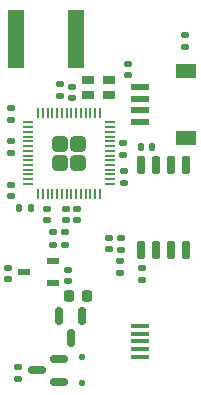
<source format=gbr>
%TF.GenerationSoftware,KiCad,Pcbnew,8.0.0*%
%TF.CreationDate,2025-01-24T21:29:13-08:00*%
%TF.ProjectId,Hope,486f7065-2e6b-4696-9361-645f70636258,rev?*%
%TF.SameCoordinates,Original*%
%TF.FileFunction,Paste,Top*%
%TF.FilePolarity,Positive*%
%FSLAX46Y46*%
G04 Gerber Fmt 4.6, Leading zero omitted, Abs format (unit mm)*
G04 Created by KiCad (PCBNEW 8.0.0) date 2025-01-24 21:29:13*
%MOMM*%
%LPD*%
G01*
G04 APERTURE LIST*
G04 Aperture macros list*
%AMRoundRect*
0 Rectangle with rounded corners*
0 $1 Rounding radius*
0 $2 $3 $4 $5 $6 $7 $8 $9 X,Y pos of 4 corners*
0 Add a 4 corners polygon primitive as box body*
4,1,4,$2,$3,$4,$5,$6,$7,$8,$9,$2,$3,0*
0 Add four circle primitives for the rounded corners*
1,1,$1+$1,$2,$3*
1,1,$1+$1,$4,$5*
1,1,$1+$1,$6,$7*
1,1,$1+$1,$8,$9*
0 Add four rect primitives between the rounded corners*
20,1,$1+$1,$2,$3,$4,$5,0*
20,1,$1+$1,$4,$5,$6,$7,0*
20,1,$1+$1,$6,$7,$8,$9,0*
20,1,$1+$1,$8,$9,$2,$3,0*%
G04 Aperture macros list end*
%ADD10R,1.070000X0.600000*%
%ADD11R,1.800000X1.200000*%
%ADD12R,1.550000X0.600000*%
%ADD13RoundRect,0.135000X0.185000X-0.135000X0.185000X0.135000X-0.185000X0.135000X-0.185000X-0.135000X0*%
%ADD14RoundRect,0.140000X0.170000X-0.140000X0.170000X0.140000X-0.170000X0.140000X-0.170000X-0.140000X0*%
%ADD15RoundRect,0.140000X-0.170000X0.140000X-0.170000X-0.140000X0.170000X-0.140000X0.170000X0.140000X0*%
%ADD16RoundRect,0.150000X0.587500X0.150000X-0.587500X0.150000X-0.587500X-0.150000X0.587500X-0.150000X0*%
%ADD17RoundRect,0.125000X-0.125000X0.125000X-0.125000X-0.125000X0.125000X-0.125000X0.125000X0.125000X0*%
%ADD18RoundRect,0.135000X-0.185000X0.135000X-0.185000X-0.135000X0.185000X-0.135000X0.185000X0.135000X0*%
%ADD19RoundRect,0.140000X-0.140000X-0.170000X0.140000X-0.170000X0.140000X0.170000X-0.140000X0.170000X0*%
%ADD20RoundRect,0.150000X0.150000X-0.650000X0.150000X0.650000X-0.150000X0.650000X-0.150000X-0.650000X0*%
%ADD21RoundRect,0.150000X-0.150000X0.587500X-0.150000X-0.587500X0.150000X-0.587500X0.150000X0.587500X0*%
%ADD22R,1.000000X0.800000*%
%ADD23RoundRect,0.249999X0.395001X0.395001X-0.395001X0.395001X-0.395001X-0.395001X0.395001X-0.395001X0*%
%ADD24RoundRect,0.050000X0.387500X0.050000X-0.387500X0.050000X-0.387500X-0.050000X0.387500X-0.050000X0*%
%ADD25RoundRect,0.050000X0.050000X0.387500X-0.050000X0.387500X-0.050000X-0.387500X0.050000X-0.387500X0*%
%ADD26R,1.600000X0.400000*%
%ADD27RoundRect,0.225000X-0.225000X-0.250000X0.225000X-0.250000X0.225000X0.250000X-0.225000X0.250000X0*%
%ADD28RoundRect,0.140000X0.140000X0.170000X-0.140000X0.170000X-0.140000X-0.170000X0.140000X-0.170000X0*%
%ADD29R,1.400000X5.000000*%
G04 APERTURE END LIST*
D10*
%TO.C,U3*%
X4749800Y9753600D03*
X4749800Y11653600D03*
X2269800Y10703600D03*
%TD*%
D11*
%TO.C,J7*%
X15960800Y27692000D03*
X15960800Y22092000D03*
D12*
X12080800Y25392000D03*
X12080800Y26392000D03*
X12080800Y23392000D03*
X12080800Y24392000D03*
%TD*%
D13*
%TO.C,R9*%
X10464800Y13616400D03*
X10464800Y12596400D03*
%TD*%
%TO.C,R8*%
X10416000Y11635200D03*
X10416000Y10615200D03*
%TD*%
D14*
%TO.C,C16*%
X9448800Y13586400D03*
X9448800Y12626400D03*
%TD*%
D15*
%TO.C,C12*%
X5791200Y15092800D03*
X5791200Y16052800D03*
%TD*%
%TO.C,C11*%
X1168400Y17147600D03*
X1168400Y18107600D03*
%TD*%
D14*
%TO.C,C8*%
X10718800Y19225200D03*
X10718800Y18265200D03*
%TD*%
%TO.C,C5*%
X11074400Y28343800D03*
X11074400Y27383800D03*
%TD*%
D13*
%TO.C,R2*%
X5689600Y14050800D03*
X5689600Y13030800D03*
%TD*%
%TO.C,R4*%
X1168400Y24589200D03*
X1168400Y23569200D03*
%TD*%
D14*
%TO.C,C14*%
X939800Y11071800D03*
X939800Y10111800D03*
%TD*%
D16*
%TO.C,Q1*%
X3329700Y2373500D03*
X5204700Y3323500D03*
X5204700Y1423500D03*
%TD*%
D17*
%TO.C,D3*%
X7162800Y1338400D03*
X7162800Y3538400D03*
%TD*%
D13*
%TO.C,R5*%
X15849600Y30786800D03*
X15849600Y29766800D03*
%TD*%
D18*
%TO.C,R1*%
X12242800Y10005600D03*
X12242800Y11025600D03*
%TD*%
D19*
%TO.C,C3*%
X13129200Y21313200D03*
X12169200Y21313200D03*
%TD*%
D14*
%TO.C,C9*%
X6299200Y26388000D03*
X6299200Y25428000D03*
%TD*%
%TO.C,C2*%
X5334000Y26591200D03*
X5334000Y25631200D03*
%TD*%
D20*
%TO.C,U1*%
X12166600Y19754400D03*
X13436600Y19754400D03*
X14706600Y19754400D03*
X15976600Y19754400D03*
X15976600Y12554400D03*
X14706600Y12554400D03*
X13436600Y12554400D03*
X12166600Y12554400D03*
%TD*%
D21*
%TO.C,Q2*%
X6197600Y5130800D03*
X5247600Y7005800D03*
X7147600Y7005800D03*
%TD*%
D22*
%TO.C,X1*%
X9490400Y25732800D03*
X7690400Y25732800D03*
X7690400Y26932800D03*
X9490400Y26932800D03*
%TD*%
D23*
%TO.C,U2*%
X6867600Y19965200D03*
X6867600Y21565200D03*
X5267600Y19965200D03*
X5267600Y21565200D03*
D24*
X9505100Y18165200D03*
X9505100Y18565200D03*
X9505100Y18965200D03*
X9505100Y19365200D03*
X9505100Y19765200D03*
X9505100Y20165200D03*
X9505100Y20565200D03*
X9505100Y20965200D03*
X9505100Y21365200D03*
X9505100Y21765200D03*
X9505100Y22165200D03*
X9505100Y22565200D03*
X9505100Y22965200D03*
X9505100Y23365200D03*
D25*
X8667600Y24202700D03*
X8267600Y24202700D03*
X7867600Y24202700D03*
X7467600Y24202700D03*
X7067600Y24202700D03*
X6667600Y24202700D03*
X6267600Y24202700D03*
X5867600Y24202700D03*
X5467600Y24202700D03*
X5067600Y24202700D03*
X4667600Y24202700D03*
X4267600Y24202700D03*
X3867600Y24202700D03*
X3467600Y24202700D03*
D24*
X2630100Y23365200D03*
X2630100Y22965200D03*
X2630100Y22565200D03*
X2630100Y22165200D03*
X2630100Y21765200D03*
X2630100Y21365200D03*
X2630100Y20965200D03*
X2630100Y20565200D03*
X2630100Y20165200D03*
X2630100Y19765200D03*
X2630100Y19365200D03*
X2630100Y18965200D03*
X2630100Y18565200D03*
X2630100Y18165200D03*
D25*
X3467600Y17327700D03*
X3867600Y17327700D03*
X4267600Y17327700D03*
X4667600Y17327700D03*
X5067600Y17327700D03*
X5467600Y17327700D03*
X5867600Y17327700D03*
X6267600Y17327700D03*
X6667600Y17327700D03*
X7067600Y17327700D03*
X7467600Y17327700D03*
X7867600Y17327700D03*
X8267600Y17327700D03*
X8667600Y17327700D03*
%TD*%
D18*
%TO.C,R3*%
X4675600Y13030800D03*
X4675600Y14050800D03*
%TD*%
D26*
%TO.C,J1*%
X12064700Y6126000D03*
X12074700Y5476000D03*
X12074700Y4826000D03*
X12074700Y4176000D03*
X12074700Y3526000D03*
%TD*%
D15*
%TO.C,C1*%
X6756400Y15115600D03*
X6756400Y16075600D03*
%TD*%
%TO.C,C4*%
X4165600Y15092800D03*
X4165600Y16052800D03*
%TD*%
%TO.C,C10*%
X1168400Y20805200D03*
X1168400Y21765200D03*
%TD*%
D14*
%TO.C,C13*%
X5943600Y10894000D03*
X5943600Y9934000D03*
%TD*%
D15*
%TO.C,C7*%
X10668000Y20652800D03*
X10668000Y21612800D03*
%TD*%
D27*
%TO.C,C15*%
X7582200Y8686800D03*
X6032200Y8686800D03*
%TD*%
D13*
%TO.C,R7*%
X1778000Y2643600D03*
X1778000Y1623600D03*
%TD*%
D28*
%TO.C,C6*%
X1856800Y16103600D03*
X2816800Y16103600D03*
%TD*%
D29*
%TO.C,AE1*%
X1564800Y30429200D03*
X6664800Y30429200D03*
%TD*%
M02*

</source>
